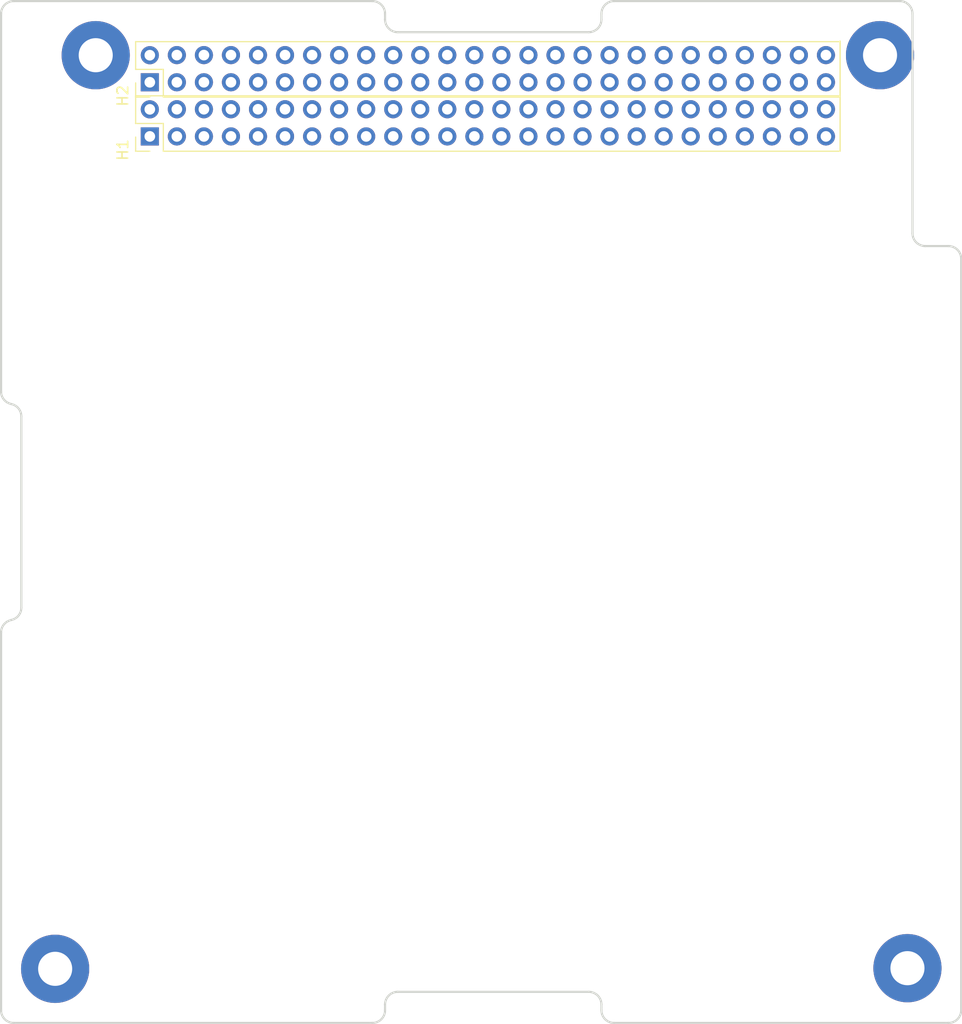
<source format=kicad_pcb>
(kicad_pcb (version 20211014) (generator pcbnew)
  (layers (0 "F.Cu" signal) (31 "B.Cu" signal) (34 "B.Paste" user) (35 "F.Paste" user) (36 "B.SilkS" user "B.Silkscreen") (37 "F.SilkS" user "F.Silkscreen") (38 "B.Mask" user) (39 "F.Mask" user) (44 "Edge.Cuts" user))
  (net 0 "")
  (footprint "MountingHole:MountingHole_3.2mm_M3_Pad" (layer "F.Cu") (at 147.355 154.245)
    (fp_text reference "H5" hide)
    (fp_text value "MountingHole_3.2mm_M3_Pad" hide)
    (pad "" thru_hole circle locked (at 0 0) (size 6.4 6.4) (drill 3.2) (layers *.Cu *.Mask))
  )
  (footprint "SilverSat_footprints:TheBus2x26" (layer "F.Cu") (at 76.2 73.66 90)
    (fp_text reference "H1" (at -3.81 -2.54 90) (layer "F.SilkS"))
    (fp_text value "Conn_02x26_Odd_Even" hide)
    (fp_line (start -3.93 -1.33) (end -3.93 0) (layer "F.SilkS") (width 0.12))
    (fp_line (start -2.6 -1.33) (end -3.93 -1.33) (layer "F.SilkS") (width 0.12))
    (fp_line (start 1.27 64.83) (end -3.93 64.83) (layer "F.SilkS") (width 0.12))
    (fp_line (start 1.27 -1.33) (end -1.33 -1.33) (layer "F.SilkS") (width 0.12))
    (fp_line (start 1.27 -1.33) (end 1.27 64.83) (layer "F.SilkS") (width 0.12))
    (fp_line (start -3.93 1.27) (end -3.93 64.83) (layer "F.SilkS") (width 0.12))
    (fp_line (start -3.87 64.83) (end 1.33 64.83) (layer "F.SilkS") (width 0.12))
    (fp_line (start -1.33 1.27) (end -3.93 1.27) (layer "F.SilkS") (width 0.12))
    (fp_line (start -1.33 -1.33) (end -1.33 1.27) (layer "F.SilkS") (width 0.12))
    (pad "1" thru_hole rect locked (at -2.54 0 90) (size 1.7 1.7) (drill 1) (layers *.Cu *.Mask))
    (pad "2" thru_hole oval locked (at 0 0 90) (size 1.7 1.7) (drill 1) (layers *.Cu *.Mask))
    (pad "3" thru_hole oval locked (at -2.54 2.54 90) (size 1.7 1.7) (drill 1) (layers *.Cu *.Mask))
    (pad "4" thru_hole oval locked (at 0.01 2.54 90) (size 1.7 1.7) (drill 1) (layers *.Cu *.Mask))
    (pad "5" thru_hole oval locked (at -2.54 5.08 90) (size 1.7 1.7) (drill 1) (layers *.Cu *.Mask))
    (pad "6" thru_hole oval locked (at 0.01 5.08 90) (size 1.7 1.7) (drill 1) (layers *.Cu *.Mask))
    (pad "7" thru_hole oval locked (at -2.54 7.62 90) (size 1.7 1.7) (drill 1) (layers *.Cu *.Mask))
    (pad "8" thru_hole oval locked (at 0.01 7.62 90) (size 1.7 1.7) (drill 1) (layers *.Cu *.Mask))
    (pad "9" thru_hole oval locked (at -2.54 10.16 90) (size 1.7 1.7) (drill 1) (layers *.Cu *.Mask))
    (pad "10" thru_hole oval locked (at 0.01 10.16 90) (size 1.7 1.7) (drill 1) (layers *.Cu *.Mask))
    (pad "11" thru_hole oval locked (at -2.54 12.7 90) (size 1.7 1.7) (drill 1) (layers *.Cu *.Mask))
    (pad "12" thru_hole oval locked (at 0.01 12.7 90) (size 1.7 1.7) (drill 1) (layers *.Cu *.Mask))
    (pad "13" thru_hole oval locked (at -2.54 15.24 90) (size 1.7 1.7) (drill 1) (layers *.Cu *.Mask))
    (pad "14" thru_hole oval locked (at 0.01 15.24 90) (size 1.7 1.7) (drill 1) (layers *.Cu *.Mask))
    (pad "15" thru_hole oval locked (at -2.54 17.78 90) (size 1.7 1.7) (drill 1) (layers *.Cu *.Mask))
    (pad "16" thru_hole oval locked (at 0.01 17.78 90) (size 1.7 1.7) (drill 1) (layers *.Cu *.Mask))
    (pad "17" thru_hole oval locked (at -2.54 20.32 90) (size 1.7 1.7) (drill 1) (layers *.Cu *.Mask))
    (pad "18" thru_hole oval locked (at 0.01 20.32 90) (size 1.7 1.7) (drill 1) (layers *.Cu *.Mask))
    (pad "19" thru_hole oval locked (at -2.54 22.86 90) (size 1.7 1.7) (drill 1) (layers *.Cu *.Mask))
    (pad "20" thru_hole oval locked (at 0.01 22.86 90) (size 1.7 1.7) (drill 1) (layers *.Cu *.Mask))
    (pad "21" thru_hole oval locked (at -2.54 25.4 90) (size 1.7 1.7) (drill 1) (layers *.Cu *.Mask))
    (pad "22" thru_hole oval locked (at 0.01 25.4 90) (size 1.7 1.7) (drill 1) (layers *.Cu *.Mask))
    (pad "23" thru_hole oval locked (at -2.54 27.94 90) (size 1.7 1.7) (drill 1) (layers *.Cu *.Mask))
    (pad "24" thru_hole oval locked (at 0.01 27.94 90) (size 1.7 1.7) (drill 1) (layers *.Cu *.Mask))
    (pad "25" thru_hole oval locked (at -2.54 30.48 90) (size 1.7 1.7) (drill 1) (layers *.Cu *.Mask))
    (pad "26" thru_hole oval locked (at 0.01 30.48 90) (size 1.7 1.7) (drill 1) (layers *.Cu *.Mask))
    (pad "27" thru_hole oval locked (at -2.54 33.02 90) (size 1.7 1.7) (drill 1) (layers *.Cu *.Mask))
    (pad "28" thru_hole oval locked (at 0.01 33.02 90) (size 1.7 1.7) (drill 1) (layers *.Cu *.Mask))
    (pad "29" thru_hole oval locked (at -2.54 35.56 90) (size 1.7 1.7) (drill 1) (layers *.Cu *.Mask))
    (pad "30" thru_hole oval locked (at 0.01 35.56 90) (size 1.7 1.7) (drill 1) (layers *.Cu *.Mask))
    (pad "31" thru_hole oval locked (at -2.54 38.1 90) (size 1.7 1.7) (drill 1) (layers *.Cu *.Mask))
    (pad "32" thru_hole oval locked (at 0.01 38.1 90) (size 1.7 1.7) (drill 1) (layers *.Cu *.Mask))
    (pad "33" thru_hole oval locked (at -2.54 40.64 90) (size 1.7 1.7) (drill 1) (layers *.Cu *.Mask))
    (pad "34" thru_hole oval locked (at 0.01 40.64 90) (size 1.7 1.7) (drill 1) (layers *.Cu *.Mask))
    (pad "35" thru_hole oval locked (at -2.54 43.18 90) (size 1.7 1.7) (drill 1) (layers *.Cu *.Mask))
    (pad "36" thru_hole oval locked (at 0.01 43.18 90) (size 1.7 1.7) (drill 1) (layers *.Cu *.Mask))
    (pad "37" thru_hole oval locked (at -2.54 45.72 90) (size 1.7 1.7) (drill 1) (layers *.Cu *.Mask))
    (pad "38" thru_hole oval locked (at 0.01 45.72 90) (size 1.7 1.7) (drill 1) (layers *.Cu *.Mask))
    (pad "39" thru_hole oval locked (at -2.54 48.26 90) (size 1.7 1.7) (drill 1) (layers *.Cu *.Mask))
    (pad "40" thru_hole oval locked (at 0.01 48.26 90) (size 1.7 1.7) (drill 1) (layers *.Cu *.Mask))
    (pad "41" thru_hole oval locked (at -2.54 50.8 90) (size 1.7 1.7) (drill 1) (layers *.Cu *.Mask))
    (pad "42" thru_hole oval locked (at 0.01 50.8 90) (size 1.7 1.7) (drill 1) (layers *.Cu *.Mask))
    (pad "43" thru_hole oval locked (at -2.54 53.34 90) (size 1.7 1.7) (drill 1) (layers *.Cu *.Mask))
    (pad "44" thru_hole oval locked (at 0.01 53.34 90) (size 1.7 1.7) (drill 1) (layers *.Cu *.Mask))
    (pad "45" thru_hole oval locked (at -2.54 55.88 90) (size 1.7 1.7) (drill 1) (layers *.Cu *.Mask))
    (pad "46" thru_hole oval locked (at 0.01 55.88 90) (size 1.7 1.7) (drill 1) (layers *.Cu *.Mask))
    (pad "47" thru_hole oval locked (at -2.54 58.42 90) (size 1.7 1.7) (drill 1) (layers *.Cu *.Mask))
    (pad "48" thru_hole oval locked (at 0.01 58.42 90) (size 1.7 1.7) (drill 1) (layers *.Cu *.Mask))
    (pad "49" thru_hole oval locked (at -2.54 60.96 90) (size 1.7 1.7) (drill 1) (layers *.Cu *.Mask))
    (pad "50" thru_hole oval locked (at 0.01 60.96 90) (size 1.7 1.7) (drill 1) (layers *.Cu *.Mask))
    (pad "51" thru_hole oval locked (at -2.54 63.5 90) (size 1.7 1.7) (drill 1) (layers *.Cu *.Mask))
    (pad "52" thru_hole oval locked (at 0.01 63.5 90) (size 1.7 1.7) (drill 1) (layers *.Cu *.Mask))
  )
  (footprint "MountingHole:MountingHole_3.2mm_M3_Pad" (layer "F.Cu") (at 71.12 68.58)
    (fp_text reference "H3" hide)
    (fp_text value "MountingHole_3.2mm_M3_Pad" hide)
    (pad "" thru_hole circle locked (at 0 0) (size 6.4 6.4) (drill 3.2) (layers *.Cu *.Mask))
  )
  (footprint "MountingHole:MountingHole_3.2mm_M3_Pad" (layer "F.Cu") (at 67.31 154.305)
    (fp_text reference "H6" hide)
    (fp_text value "MountingHole_3.2mm_M3_Pad" hide)
    (pad "" thru_hole circle locked (at 0 0) (size 6.4 6.4) (drill 3.2) (layers *.Cu *.Mask))
  )
  (footprint "MountingHole:MountingHole_3.2mm_M3_Pad" (layer "F.Cu") (at 144.78 68.58)
    (fp_text reference "H4" hide)
    (fp_text value "MountingHole_3.2mm_M3_Pad" hide)
    (pad "" thru_hole circle locked (at 0 0) (size 6.4 6.4) (drill 3.2) (layers *.Cu *.Mask))
  )
  (footprint "SilverSat_footprints:TheBus2x26" (layer "F.Cu") (at 76.2 68.58 90)
    (fp_text reference "H2" (at -3.81 -2.54 90) (layer "F.SilkS"))
    (fp_text value "Conn_02x26_Odd_Even" hide)
    (fp_line (start -2.6 -1.33) (end -3.93 -1.33) (layer "F.SilkS") (width 0.12))
    (fp_line (start 1.27 -1.33) (end 1.27 64.83) (layer "F.SilkS") (width 0.12))
    (fp_line (start 1.27 64.83) (end -3.93 64.83) (layer "F.SilkS") (width 0.12))
    (fp_line (start -1.33 1.27) (end -3.93 1.27) (layer "F.SilkS") (width 0.12))
    (fp_line (start -3.87 64.83) (end 1.33 64.83) (layer "F.SilkS") (width 0.12))
    (fp_line (start -1.33 -1.33) (end -1.33 1.27) (layer "F.SilkS") (width 0.12))
    (fp_line (start -3.93 -1.33) (end -3.93 0) (layer "F.SilkS") (width 0.12))
    (fp_line (start 1.27 -1.33) (end -1.33 -1.33) (layer "F.SilkS") (width 0.12))
    (fp_line (start -3.93 1.27) (end -3.93 64.83) (layer "F.SilkS") (width 0.12))
    (pad "1" thru_hole rect locked (at -2.54 0 90) (size 1.7 1.7) (drill 1) (layers *.Cu *.Mask))
    (pad "2" thru_hole oval locked (at 0 0 90) (size 1.7 1.7) (drill 1) (layers *.Cu *.Mask))
    (pad "3" thru_hole oval locked (at -2.54 2.54 90) (size 1.7 1.7) (drill 1) (layers *.Cu *.Mask))
    (pad "4" thru_hole oval locked (at 0.01 2.54 90) (size 1.7 1.7) (drill 1) (layers *.Cu *.Mask))
    (pad "5" thru_hole oval locked (at -2.54 5.08 90) (size 1.7 1.7) (drill 1) (layers *.Cu *.Mask))
    (pad "6" thru_hole oval locked (at 0.01 5.08 90) (size 1.7 1.7) (drill 1) (layers *.Cu *.Mask))
    (pad "7" thru_hole oval locked (at -2.54 7.62 90) (size 1.7 1.7) (drill 1) (layers *.Cu *.Mask))
    (pad "8" thru_hole oval locked (at 0.01 7.62 90) (size 1.7 1.7) (drill 1) (layers *.Cu *.Mask))
    (pad "9" thru_hole oval locked (at -2.54 10.16 90) (size 1.7 1.7) (drill 1) (layers *.Cu *.Mask))
    (pad "10" thru_hole oval locked (at 0.01 10.16 90) (size 1.7 1.7) (drill 1) (layers *.Cu *.Mask))
    (pad "11" thru_hole oval locked (at -2.54 12.7 90) (size 1.7 1.7) (drill 1) (layers *.Cu *.Mask))
    (pad "12" thru_hole oval locked (at 0.01 12.7 90) (size 1.7 1.7) (drill 1) (layers *.Cu *.Mask))
    (pad "13" thru_hole oval locked (at -2.54 15.24 90) (size 1.7 1.7) (drill 1) (layers *.Cu *.Mask))
    (pad "14" thru_hole oval locked (at 0.01 15.24 90) (size 1.7 1.7) (drill 1) (layers *.Cu *.Mask))
    (pad "15" thru_hole oval locked (at -2.54 17.78 90) (size 1.7 1.7) (drill 1) (layers *.Cu *.Mask))
    (pad "16" thru_hole oval locked (at 0.01 17.78 90) (size 1.7 1.7) (drill 1) (layers *.Cu *.Mask))
    (pad "17" thru_hole oval locked (at -2.54 20.32 90) (size 1.7 1.7) (drill 1) (layers *.Cu *.Mask))
    (pad "18" thru_hole oval locked (at 0.01 20.32 90) (size 1.7 1.7) (drill 1) (layers *.Cu *.Mask))
    (pad "19" thru_hole oval locked (at -2.54 22.86 90) (size 1.7 1.7) (drill 1) (layers *.Cu *.Mask))
    (pad "20" thru_hole oval locked (at 0.01 22.86 90) (size 1.7 1.7) (drill 1) (layers *.Cu *.Mask))
    (pad "21" thru_hole oval locked (at -2.54 25.4 90) (size 1.7 1.7) (drill 1) (layers *.Cu *.Mask))
    (pad "22" thru_hole oval locked (at 0.01 25.4 90) (size 1.7 1.7) (drill 1) (layers *.Cu *.Mask))
    (pad "23" thru_hole oval locked (at -2.54 27.94 90) (size 1.7 1.7) (drill 1) (layers *.Cu *.Mask))
    (pad "24" thru_hole oval locked (at 0.01 27.94 90) (size 1.7 1.7) (drill 1) (layers *.Cu *.Mask))
    (pad "25" thru_hole oval locked (at -2.54 30.48 90) (size 1.7 1.7) (drill 1) (layers *.Cu *.Mask))
    (pad "26" thru_hole oval locked (at 0.01 30.48 90) (size 1.7 1.7) (drill 1) (layers *.Cu *.Mask))
    (pad "27" thru_hole oval locked (at -2.54 33.02 90) (size 1.7 1.7) (drill 1) (layers *.Cu *.Mask))
    (pad "28" thru_hole oval locked (at 0.01 33.02 90) (size 1.7 1.7) (drill 1) (layers *.Cu *.Mask))
    (pad "29" thru_hole oval locked (at -2.54 35.56 90) (size 1.7 1.7) (drill 1) (layers *.Cu *.Mask))
    (pad "30" thru_hole oval locked (at 0.01 35.56 90) (size 1.7 1.7) (drill 1) (layers *.Cu *.Mask))
    (pad "31" thru_hole oval locked (at -2.54 38.1 90) (size 1.7 1.7) (drill 1) (layers *.Cu *.Mask))
    (pad "32" thru_hole oval locked (at 0.01 38.1 90) (size 1.7 1.7) (drill 1) (layers *.Cu *.Mask))
    (pad "33" thru_hole oval locked (at -2.54 40.64 90) (size 1.7 1.7) (drill 1) (layers *.Cu *.Mask))
    (pad "34" thru_hole oval locked (at 0.01 40.64 90) (size 1.7 1.7) (drill 1) (layers *.Cu *.Mask))
    (pad "35" thru_hole oval locked (at -2.54 43.18 90) (size 1.7 1.7) (drill 1) (layers *.Cu *.Mask))
    (pad "36" thru_hole oval locked (at 0.01 43.18 90) (size 1.7 1.7) (drill 1) (layers *.Cu *.Mask))
    (pad "37" thru_hole oval locked (at -2.54 45.72 90) (size 1.7 1.7) (drill 1) (layers *.Cu *.Mask))
    (pad "38" thru_hole oval locked (at 0.01 45.72 90) (size 1.7 1.7) (drill 1) (layers *.Cu *.Mask))
    (pad "39" thru_hole oval locked (at -2.54 48.26 90) (size 1.7 1.7) (drill 1) (layers *.Cu *.Mask))
    (pad "40" thru_hole oval locked (at 0.01 48.26 90) (size 1.7 1.7) (drill 1) (layers *.Cu *.Mask))
    (pad "41" thru_hole oval locked (at -2.54 50.8 90) (size 1.7 1.7) (drill 1) (layers *.Cu *.Mask))
    (pad "42" thru_hole oval locked (at 0.01 50.8 90) (size 1.7 1.7) (drill 1) (layers *.Cu *.Mask))
    (pad "43" thru_hole oval locked (at -2.54 53.34 90) (size 1.7 1.7) (drill 1) (layers *.Cu *.Mask))
    (pad "44" thru_hole oval locked (at 0.01 53.34 90) (size 1.7 1.7) (drill 1) (layers *.Cu *.Mask))
    (pad "45" thru_hole oval locked (at -2.54 55.88 90) (size 1.7 1.7) (drill 1) (layers *.Cu *.Mask))
    (pad "46" thru_hole oval locked (at 0.01 55.88 90) (size 1.7 1.7) (drill 1) (layers *.Cu *.Mask))
    (pad "47" thru_hole oval locked (at -2.54 58.42 90) (size 1.7 1.7) (drill 1) (layers *.Cu *.Mask))
    (pad "48" thru_hole oval locked (at 0.01 58.42 90) (size 1.7 1.7) (drill 1) (layers *.Cu *.Mask))
    (pad "49" thru_hole oval locked (at -2.54 60.96 90) (size 1.7 1.7) (drill 1) (layers *.Cu *.Mask))
    (pad "50" thru_hole oval locked (at 0.01 60.96 90) (size 1.7 1.7) (drill 1) (layers *.Cu *.Mask))
    (pad "51" thru_hole oval locked (at -2.54 63.5 90) (size 1.7 1.7) (drill 1) (layers *.Cu *.Mask))
    (pad "52" thru_hole oval locked (at 0.01 63.5 90) (size 1.7 1.7) (drill 1) (layers *.Cu *.Mask))
  )
  (gr_line (start 62.23 158.1912) (end 62.23 122.747018) (layer "Edge.Cuts") (width 0.2))
  (gr_arc (start 118.615 65.2272) (mid 118.265344 66.071344) (end 117.4212 66.421) (layer "Edge.Cuts") (width 0.2))
  (gr_arc (start 64.135 120.4087) (mid 63.866733 121.162721) (end 63.1825 121.577859) (layer "Edge.Cuts") (width 0.2))
  (gr_line (start 151.2062 159.385) (end 119.8088 159.385) (layer "Edge.Cuts") (width 0.2))
  (gr_line (start 147.828 85.2932) (end 147.828 64.6938) (layer "Edge.Cuts") (width 0.2))
  (gr_line (start 117.4212 66.421) (end 99.4888 66.421) (layer "Edge.Cuts") (width 0.2))
  (gr_line (start 64.135 102.4763) (end 64.135 120.4087) (layer "Edge.Cuts") (width 0.2))
  (gr_arc (start 118.615 64.6938) (mid 118.964656 63.849656) (end 119.8088 63.5) (layer "Edge.Cuts") (width 0.2))
  (gr_arc (start 63.1825 101.307141) (mid 62.498267 100.892003) (end 62.23 100.137982) (layer "Edge.Cuts") (width 0.2))
  (gr_arc (start 99.4888 66.421) (mid 98.644656 66.071344) (end 98.295 65.2272) (layer "Edge.Cuts") (width 0.2))
  (gr_line (start 62.23 100.137982) (end 62.23 64.6938) (layer "Edge.Cuts") (width 0.2))
  (gr_line (start 152.4 87.6808) (end 152.4 158.1912) (layer "Edge.Cuts") (width 0.2))
  (gr_line (start 63.4238 63.5) (end 97.1012 63.5) (layer "Edge.Cuts") (width 0.2))
  (gr_arc (start 63.1825 101.307141) (mid 63.866733 101.722279) (end 64.135 102.4763) (layer "Edge.Cuts") (width 0.2))
  (gr_arc (start 63.4238 159.385) (mid 62.579656 159.035344) (end 62.23 158.1912) (layer "Edge.Cuts") (width 0.2))
  (gr_line (start 97.1012 159.385) (end 63.4238 159.385) (layer "Edge.Cuts") (width 0.2))
  (gr_arc (start 98.295 157.6578) (mid 98.644656 156.813656) (end 99.4888 156.464) (layer "Edge.Cuts") (width 0.2))
  (gr_arc (start 119.8088 159.385) (mid 118.964656 159.035344) (end 118.615 158.1912) (layer "Edge.Cuts") (width 0.2))
  (gr_arc (start 97.1012 63.5) (mid 97.945344 63.849656) (end 98.295 64.6938) (layer "Edge.Cuts") (width 0.2))
  (gr_line (start 98.295 65.2272) (end 98.295 64.6938) (layer "Edge.Cuts") (width 0.2))
  (gr_line (start 151.2062 86.487) (end 149.0218 86.487) (layer "Edge.Cuts") (width 0.2))
  (gr_line (start 119.8088 63.5) (end 146.6342 63.5) (layer "Edge.Cuts") (width 0.2))
  (gr_arc (start 152.4 158.1912) (mid 152.050344 159.035344) (end 151.2062 159.385) (layer "Edge.Cuts") (width 0.2))
  (gr_line (start 118.615 64.6938) (end 118.615 65.2272) (layer "Edge.Cuts") (width 0.2))
  (gr_arc (start 62.23 122.747018) (mid 62.498267 121.992997) (end 63.1825 121.577859) (layer "Edge.Cuts") (width 0.2))
  (gr_arc (start 146.6342 63.5) (mid 147.478344 63.849656) (end 147.828 64.6938) (layer "Edge.Cuts") (width 0.2))
  (gr_line (start 99.4888 156.464) (end 117.4212 156.464) (layer "Edge.Cuts") (width 0.2))
  (gr_line (start 98.295 158.1912) (end 98.295 157.6578) (layer "Edge.Cuts") (width 0.2))
  (gr_line (start 118.615 157.6578) (end 118.615 158.1912) (layer "Edge.Cuts") (width 0.2))
  (gr_arc (start 98.295 158.1912) (mid 97.945344 159.035344) (end 97.1012 159.385) (layer "Edge.Cuts") (width 0.2))
  (gr_arc (start 62.23 64.6938) (mid 62.579656 63.849656) (end 63.4238 63.5) (layer "Edge.Cuts") (width 0.2))
  (gr_arc (start 117.4212 156.464) (mid 118.265344 156.813656) (end 118.615 157.6578) (layer "Edge.Cuts") (width 0.2))
  (gr_arc (start 151.2062 86.487) (mid 152.050344 86.836656) (end 152.4 87.6808) (layer "Edge.Cuts") (width 0.2))
  (gr_arc (start 149.0218 86.487) (mid 148.177656 86.137344) (end 147.828 85.2932) (layer "Edge.Cuts") (width 0.2))
)
</source>
